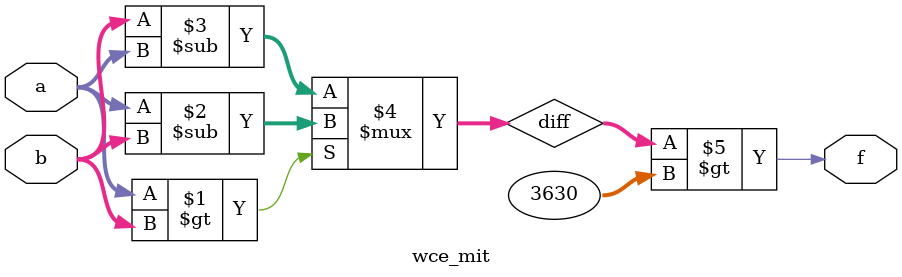
<source format=v>
module wce_mit(a, b, f);
parameter _bit = 18;
parameter wce = 3630;
input [_bit - 1: 0] a;
input [_bit - 1: 0] b;
output f;
wire [_bit - 1: 0] diff;
assign diff = (a > b)? (a - b): (b - a);
assign f = (diff > wce);
endmodule

</source>
